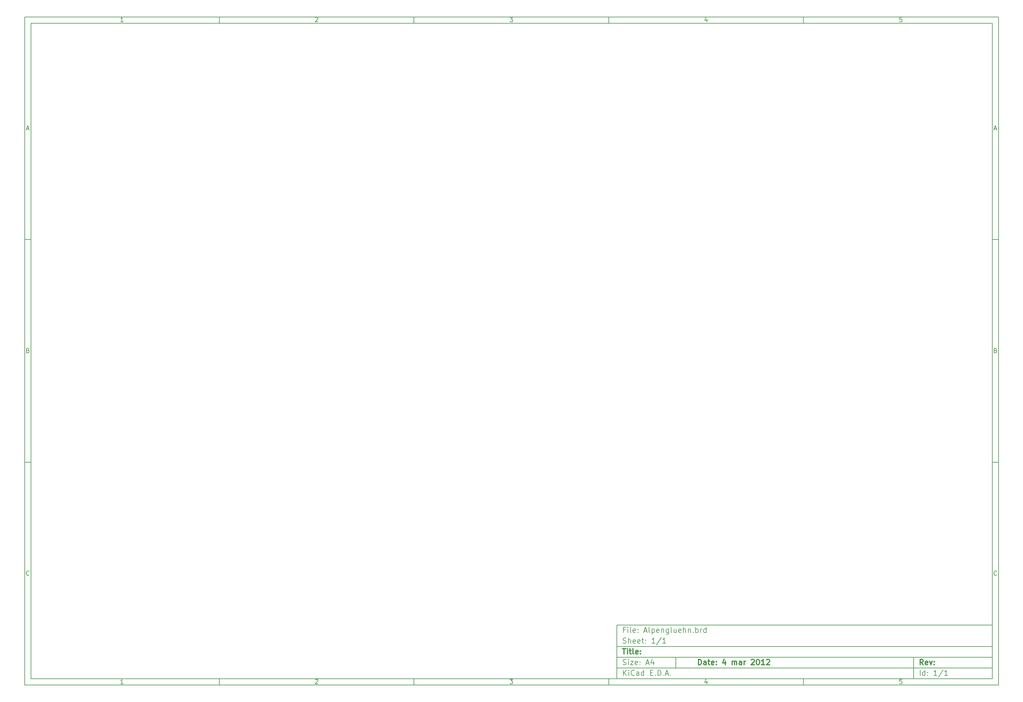
<source format=gbo>
G04 (created by PCBNEW-RS274X (2012-01-21 BZR 3373)-stable) date So 04 Mär 2012 16:34:54 CET*
G01*
G70*
G90*
%MOIN*%
G04 Gerber Fmt 3.4, Leading zero omitted, Abs format*
%FSLAX34Y34*%
G04 APERTURE LIST*
%ADD10C,0.006000*%
%ADD11C,0.012000*%
G04 APERTURE END LIST*
G54D10*
X04000Y-04000D02*
X112930Y-04000D01*
X112930Y-78680D01*
X04000Y-78680D01*
X04000Y-04000D01*
X04700Y-04700D02*
X112230Y-04700D01*
X112230Y-77980D01*
X04700Y-77980D01*
X04700Y-04700D01*
X25780Y-04000D02*
X25780Y-04700D01*
X15033Y-04552D02*
X14747Y-04552D01*
X14890Y-04552D02*
X14890Y-04052D01*
X14842Y-04124D01*
X14795Y-04171D01*
X14747Y-04195D01*
X25780Y-78680D02*
X25780Y-77980D01*
X15033Y-78532D02*
X14747Y-78532D01*
X14890Y-78532D02*
X14890Y-78032D01*
X14842Y-78104D01*
X14795Y-78151D01*
X14747Y-78175D01*
X47560Y-04000D02*
X47560Y-04700D01*
X36527Y-04100D02*
X36551Y-04076D01*
X36599Y-04052D01*
X36718Y-04052D01*
X36765Y-04076D01*
X36789Y-04100D01*
X36813Y-04148D01*
X36813Y-04195D01*
X36789Y-04267D01*
X36503Y-04552D01*
X36813Y-04552D01*
X47560Y-78680D02*
X47560Y-77980D01*
X36527Y-78080D02*
X36551Y-78056D01*
X36599Y-78032D01*
X36718Y-78032D01*
X36765Y-78056D01*
X36789Y-78080D01*
X36813Y-78128D01*
X36813Y-78175D01*
X36789Y-78247D01*
X36503Y-78532D01*
X36813Y-78532D01*
X69340Y-04000D02*
X69340Y-04700D01*
X58283Y-04052D02*
X58593Y-04052D01*
X58426Y-04243D01*
X58498Y-04243D01*
X58545Y-04267D01*
X58569Y-04290D01*
X58593Y-04338D01*
X58593Y-04457D01*
X58569Y-04505D01*
X58545Y-04529D01*
X58498Y-04552D01*
X58355Y-04552D01*
X58307Y-04529D01*
X58283Y-04505D01*
X69340Y-78680D02*
X69340Y-77980D01*
X58283Y-78032D02*
X58593Y-78032D01*
X58426Y-78223D01*
X58498Y-78223D01*
X58545Y-78247D01*
X58569Y-78270D01*
X58593Y-78318D01*
X58593Y-78437D01*
X58569Y-78485D01*
X58545Y-78509D01*
X58498Y-78532D01*
X58355Y-78532D01*
X58307Y-78509D01*
X58283Y-78485D01*
X91120Y-04000D02*
X91120Y-04700D01*
X80325Y-04219D02*
X80325Y-04552D01*
X80206Y-04029D02*
X80087Y-04386D01*
X80397Y-04386D01*
X91120Y-78680D02*
X91120Y-77980D01*
X80325Y-78199D02*
X80325Y-78532D01*
X80206Y-78009D02*
X80087Y-78366D01*
X80397Y-78366D01*
X102129Y-04052D02*
X101891Y-04052D01*
X101867Y-04290D01*
X101891Y-04267D01*
X101939Y-04243D01*
X102058Y-04243D01*
X102105Y-04267D01*
X102129Y-04290D01*
X102153Y-04338D01*
X102153Y-04457D01*
X102129Y-04505D01*
X102105Y-04529D01*
X102058Y-04552D01*
X101939Y-04552D01*
X101891Y-04529D01*
X101867Y-04505D01*
X102129Y-78032D02*
X101891Y-78032D01*
X101867Y-78270D01*
X101891Y-78247D01*
X101939Y-78223D01*
X102058Y-78223D01*
X102105Y-78247D01*
X102129Y-78270D01*
X102153Y-78318D01*
X102153Y-78437D01*
X102129Y-78485D01*
X102105Y-78509D01*
X102058Y-78532D01*
X101939Y-78532D01*
X101891Y-78509D01*
X101867Y-78485D01*
X04000Y-28890D02*
X04700Y-28890D01*
X04231Y-16510D02*
X04469Y-16510D01*
X04184Y-16652D02*
X04350Y-16152D01*
X04517Y-16652D01*
X112930Y-28890D02*
X112230Y-28890D01*
X112461Y-16510D02*
X112699Y-16510D01*
X112414Y-16652D02*
X112580Y-16152D01*
X112747Y-16652D01*
X04000Y-53780D02*
X04700Y-53780D01*
X04386Y-41280D02*
X04457Y-41304D01*
X04481Y-41328D01*
X04505Y-41376D01*
X04505Y-41447D01*
X04481Y-41495D01*
X04457Y-41519D01*
X04410Y-41542D01*
X04219Y-41542D01*
X04219Y-41042D01*
X04386Y-41042D01*
X04433Y-41066D01*
X04457Y-41090D01*
X04481Y-41138D01*
X04481Y-41185D01*
X04457Y-41233D01*
X04433Y-41257D01*
X04386Y-41280D01*
X04219Y-41280D01*
X112930Y-53780D02*
X112230Y-53780D01*
X112616Y-41280D02*
X112687Y-41304D01*
X112711Y-41328D01*
X112735Y-41376D01*
X112735Y-41447D01*
X112711Y-41495D01*
X112687Y-41519D01*
X112640Y-41542D01*
X112449Y-41542D01*
X112449Y-41042D01*
X112616Y-41042D01*
X112663Y-41066D01*
X112687Y-41090D01*
X112711Y-41138D01*
X112711Y-41185D01*
X112687Y-41233D01*
X112663Y-41257D01*
X112616Y-41280D01*
X112449Y-41280D01*
X04505Y-66385D02*
X04481Y-66409D01*
X04410Y-66432D01*
X04362Y-66432D01*
X04290Y-66409D01*
X04243Y-66361D01*
X04219Y-66313D01*
X04195Y-66218D01*
X04195Y-66147D01*
X04219Y-66051D01*
X04243Y-66004D01*
X04290Y-65956D01*
X04362Y-65932D01*
X04410Y-65932D01*
X04481Y-65956D01*
X04505Y-65980D01*
X112735Y-66385D02*
X112711Y-66409D01*
X112640Y-66432D01*
X112592Y-66432D01*
X112520Y-66409D01*
X112473Y-66361D01*
X112449Y-66313D01*
X112425Y-66218D01*
X112425Y-66147D01*
X112449Y-66051D01*
X112473Y-66004D01*
X112520Y-65956D01*
X112592Y-65932D01*
X112640Y-65932D01*
X112711Y-65956D01*
X112735Y-65980D01*
G54D11*
X79373Y-76423D02*
X79373Y-75823D01*
X79516Y-75823D01*
X79601Y-75851D01*
X79659Y-75909D01*
X79687Y-75966D01*
X79716Y-76080D01*
X79716Y-76166D01*
X79687Y-76280D01*
X79659Y-76337D01*
X79601Y-76394D01*
X79516Y-76423D01*
X79373Y-76423D01*
X80230Y-76423D02*
X80230Y-76109D01*
X80201Y-76051D01*
X80144Y-76023D01*
X80030Y-76023D01*
X79973Y-76051D01*
X80230Y-76394D02*
X80173Y-76423D01*
X80030Y-76423D01*
X79973Y-76394D01*
X79944Y-76337D01*
X79944Y-76280D01*
X79973Y-76223D01*
X80030Y-76194D01*
X80173Y-76194D01*
X80230Y-76166D01*
X80430Y-76023D02*
X80659Y-76023D01*
X80516Y-75823D02*
X80516Y-76337D01*
X80544Y-76394D01*
X80602Y-76423D01*
X80659Y-76423D01*
X81087Y-76394D02*
X81030Y-76423D01*
X80916Y-76423D01*
X80859Y-76394D01*
X80830Y-76337D01*
X80830Y-76109D01*
X80859Y-76051D01*
X80916Y-76023D01*
X81030Y-76023D01*
X81087Y-76051D01*
X81116Y-76109D01*
X81116Y-76166D01*
X80830Y-76223D01*
X81373Y-76366D02*
X81401Y-76394D01*
X81373Y-76423D01*
X81344Y-76394D01*
X81373Y-76366D01*
X81373Y-76423D01*
X81373Y-76051D02*
X81401Y-76080D01*
X81373Y-76109D01*
X81344Y-76080D01*
X81373Y-76051D01*
X81373Y-76109D01*
X82373Y-76023D02*
X82373Y-76423D01*
X82230Y-75794D02*
X82087Y-76223D01*
X82459Y-76223D01*
X83144Y-76423D02*
X83144Y-76023D01*
X83144Y-76080D02*
X83172Y-76051D01*
X83230Y-76023D01*
X83315Y-76023D01*
X83372Y-76051D01*
X83401Y-76109D01*
X83401Y-76423D01*
X83401Y-76109D02*
X83430Y-76051D01*
X83487Y-76023D01*
X83572Y-76023D01*
X83630Y-76051D01*
X83658Y-76109D01*
X83658Y-76423D01*
X84201Y-76423D02*
X84201Y-76109D01*
X84172Y-76051D01*
X84115Y-76023D01*
X84001Y-76023D01*
X83944Y-76051D01*
X84201Y-76394D02*
X84144Y-76423D01*
X84001Y-76423D01*
X83944Y-76394D01*
X83915Y-76337D01*
X83915Y-76280D01*
X83944Y-76223D01*
X84001Y-76194D01*
X84144Y-76194D01*
X84201Y-76166D01*
X84487Y-76423D02*
X84487Y-76023D01*
X84487Y-76137D02*
X84515Y-76080D01*
X84544Y-76051D01*
X84601Y-76023D01*
X84658Y-76023D01*
X85286Y-75880D02*
X85315Y-75851D01*
X85372Y-75823D01*
X85515Y-75823D01*
X85572Y-75851D01*
X85601Y-75880D01*
X85629Y-75937D01*
X85629Y-75994D01*
X85601Y-76080D01*
X85258Y-76423D01*
X85629Y-76423D01*
X86000Y-75823D02*
X86057Y-75823D01*
X86114Y-75851D01*
X86143Y-75880D01*
X86172Y-75937D01*
X86200Y-76051D01*
X86200Y-76194D01*
X86172Y-76309D01*
X86143Y-76366D01*
X86114Y-76394D01*
X86057Y-76423D01*
X86000Y-76423D01*
X85943Y-76394D01*
X85914Y-76366D01*
X85886Y-76309D01*
X85857Y-76194D01*
X85857Y-76051D01*
X85886Y-75937D01*
X85914Y-75880D01*
X85943Y-75851D01*
X86000Y-75823D01*
X86771Y-76423D02*
X86428Y-76423D01*
X86600Y-76423D02*
X86600Y-75823D01*
X86543Y-75909D01*
X86485Y-75966D01*
X86428Y-75994D01*
X86999Y-75880D02*
X87028Y-75851D01*
X87085Y-75823D01*
X87228Y-75823D01*
X87285Y-75851D01*
X87314Y-75880D01*
X87342Y-75937D01*
X87342Y-75994D01*
X87314Y-76080D01*
X86971Y-76423D01*
X87342Y-76423D01*
G54D10*
X70973Y-77623D02*
X70973Y-77023D01*
X71316Y-77623D02*
X71059Y-77280D01*
X71316Y-77023D02*
X70973Y-77366D01*
X71573Y-77623D02*
X71573Y-77223D01*
X71573Y-77023D02*
X71544Y-77051D01*
X71573Y-77080D01*
X71601Y-77051D01*
X71573Y-77023D01*
X71573Y-77080D01*
X72202Y-77566D02*
X72173Y-77594D01*
X72087Y-77623D01*
X72030Y-77623D01*
X71945Y-77594D01*
X71887Y-77537D01*
X71859Y-77480D01*
X71830Y-77366D01*
X71830Y-77280D01*
X71859Y-77166D01*
X71887Y-77109D01*
X71945Y-77051D01*
X72030Y-77023D01*
X72087Y-77023D01*
X72173Y-77051D01*
X72202Y-77080D01*
X72716Y-77623D02*
X72716Y-77309D01*
X72687Y-77251D01*
X72630Y-77223D01*
X72516Y-77223D01*
X72459Y-77251D01*
X72716Y-77594D02*
X72659Y-77623D01*
X72516Y-77623D01*
X72459Y-77594D01*
X72430Y-77537D01*
X72430Y-77480D01*
X72459Y-77423D01*
X72516Y-77394D01*
X72659Y-77394D01*
X72716Y-77366D01*
X73259Y-77623D02*
X73259Y-77023D01*
X73259Y-77594D02*
X73202Y-77623D01*
X73088Y-77623D01*
X73030Y-77594D01*
X73002Y-77566D01*
X72973Y-77509D01*
X72973Y-77337D01*
X73002Y-77280D01*
X73030Y-77251D01*
X73088Y-77223D01*
X73202Y-77223D01*
X73259Y-77251D01*
X74002Y-77309D02*
X74202Y-77309D01*
X74288Y-77623D02*
X74002Y-77623D01*
X74002Y-77023D01*
X74288Y-77023D01*
X74545Y-77566D02*
X74573Y-77594D01*
X74545Y-77623D01*
X74516Y-77594D01*
X74545Y-77566D01*
X74545Y-77623D01*
X74831Y-77623D02*
X74831Y-77023D01*
X74974Y-77023D01*
X75059Y-77051D01*
X75117Y-77109D01*
X75145Y-77166D01*
X75174Y-77280D01*
X75174Y-77366D01*
X75145Y-77480D01*
X75117Y-77537D01*
X75059Y-77594D01*
X74974Y-77623D01*
X74831Y-77623D01*
X75431Y-77566D02*
X75459Y-77594D01*
X75431Y-77623D01*
X75402Y-77594D01*
X75431Y-77566D01*
X75431Y-77623D01*
X75688Y-77451D02*
X75974Y-77451D01*
X75631Y-77623D02*
X75831Y-77023D01*
X76031Y-77623D01*
X76231Y-77566D02*
X76259Y-77594D01*
X76231Y-77623D01*
X76202Y-77594D01*
X76231Y-77566D01*
X76231Y-77623D01*
G54D11*
X104516Y-76423D02*
X104316Y-76137D01*
X104173Y-76423D02*
X104173Y-75823D01*
X104401Y-75823D01*
X104459Y-75851D01*
X104487Y-75880D01*
X104516Y-75937D01*
X104516Y-76023D01*
X104487Y-76080D01*
X104459Y-76109D01*
X104401Y-76137D01*
X104173Y-76137D01*
X105001Y-76394D02*
X104944Y-76423D01*
X104830Y-76423D01*
X104773Y-76394D01*
X104744Y-76337D01*
X104744Y-76109D01*
X104773Y-76051D01*
X104830Y-76023D01*
X104944Y-76023D01*
X105001Y-76051D01*
X105030Y-76109D01*
X105030Y-76166D01*
X104744Y-76223D01*
X105230Y-76023D02*
X105373Y-76423D01*
X105515Y-76023D01*
X105744Y-76366D02*
X105772Y-76394D01*
X105744Y-76423D01*
X105715Y-76394D01*
X105744Y-76366D01*
X105744Y-76423D01*
X105744Y-76051D02*
X105772Y-76080D01*
X105744Y-76109D01*
X105715Y-76080D01*
X105744Y-76051D01*
X105744Y-76109D01*
G54D10*
X70944Y-76394D02*
X71030Y-76423D01*
X71173Y-76423D01*
X71230Y-76394D01*
X71259Y-76366D01*
X71287Y-76309D01*
X71287Y-76251D01*
X71259Y-76194D01*
X71230Y-76166D01*
X71173Y-76137D01*
X71059Y-76109D01*
X71001Y-76080D01*
X70973Y-76051D01*
X70944Y-75994D01*
X70944Y-75937D01*
X70973Y-75880D01*
X71001Y-75851D01*
X71059Y-75823D01*
X71201Y-75823D01*
X71287Y-75851D01*
X71544Y-76423D02*
X71544Y-76023D01*
X71544Y-75823D02*
X71515Y-75851D01*
X71544Y-75880D01*
X71572Y-75851D01*
X71544Y-75823D01*
X71544Y-75880D01*
X71773Y-76023D02*
X72087Y-76023D01*
X71773Y-76423D01*
X72087Y-76423D01*
X72544Y-76394D02*
X72487Y-76423D01*
X72373Y-76423D01*
X72316Y-76394D01*
X72287Y-76337D01*
X72287Y-76109D01*
X72316Y-76051D01*
X72373Y-76023D01*
X72487Y-76023D01*
X72544Y-76051D01*
X72573Y-76109D01*
X72573Y-76166D01*
X72287Y-76223D01*
X72830Y-76366D02*
X72858Y-76394D01*
X72830Y-76423D01*
X72801Y-76394D01*
X72830Y-76366D01*
X72830Y-76423D01*
X72830Y-76051D02*
X72858Y-76080D01*
X72830Y-76109D01*
X72801Y-76080D01*
X72830Y-76051D01*
X72830Y-76109D01*
X73544Y-76251D02*
X73830Y-76251D01*
X73487Y-76423D02*
X73687Y-75823D01*
X73887Y-76423D01*
X74344Y-76023D02*
X74344Y-76423D01*
X74201Y-75794D02*
X74058Y-76223D01*
X74430Y-76223D01*
X104173Y-77623D02*
X104173Y-77023D01*
X104716Y-77623D02*
X104716Y-77023D01*
X104716Y-77594D02*
X104659Y-77623D01*
X104545Y-77623D01*
X104487Y-77594D01*
X104459Y-77566D01*
X104430Y-77509D01*
X104430Y-77337D01*
X104459Y-77280D01*
X104487Y-77251D01*
X104545Y-77223D01*
X104659Y-77223D01*
X104716Y-77251D01*
X105002Y-77566D02*
X105030Y-77594D01*
X105002Y-77623D01*
X104973Y-77594D01*
X105002Y-77566D01*
X105002Y-77623D01*
X105002Y-77251D02*
X105030Y-77280D01*
X105002Y-77309D01*
X104973Y-77280D01*
X105002Y-77251D01*
X105002Y-77309D01*
X106059Y-77623D02*
X105716Y-77623D01*
X105888Y-77623D02*
X105888Y-77023D01*
X105831Y-77109D01*
X105773Y-77166D01*
X105716Y-77194D01*
X106744Y-76994D02*
X106230Y-77766D01*
X107259Y-77623D02*
X106916Y-77623D01*
X107088Y-77623D02*
X107088Y-77023D01*
X107031Y-77109D01*
X106973Y-77166D01*
X106916Y-77194D01*
G54D11*
X70887Y-74623D02*
X71230Y-74623D01*
X71059Y-75223D02*
X71059Y-74623D01*
X71430Y-75223D02*
X71430Y-74823D01*
X71430Y-74623D02*
X71401Y-74651D01*
X71430Y-74680D01*
X71458Y-74651D01*
X71430Y-74623D01*
X71430Y-74680D01*
X71630Y-74823D02*
X71859Y-74823D01*
X71716Y-74623D02*
X71716Y-75137D01*
X71744Y-75194D01*
X71802Y-75223D01*
X71859Y-75223D01*
X72145Y-75223D02*
X72087Y-75194D01*
X72059Y-75137D01*
X72059Y-74623D01*
X72601Y-75194D02*
X72544Y-75223D01*
X72430Y-75223D01*
X72373Y-75194D01*
X72344Y-75137D01*
X72344Y-74909D01*
X72373Y-74851D01*
X72430Y-74823D01*
X72544Y-74823D01*
X72601Y-74851D01*
X72630Y-74909D01*
X72630Y-74966D01*
X72344Y-75023D01*
X72887Y-75166D02*
X72915Y-75194D01*
X72887Y-75223D01*
X72858Y-75194D01*
X72887Y-75166D01*
X72887Y-75223D01*
X72887Y-74851D02*
X72915Y-74880D01*
X72887Y-74909D01*
X72858Y-74880D01*
X72887Y-74851D01*
X72887Y-74909D01*
G54D10*
X71173Y-72509D02*
X70973Y-72509D01*
X70973Y-72823D02*
X70973Y-72223D01*
X71259Y-72223D01*
X71487Y-72823D02*
X71487Y-72423D01*
X71487Y-72223D02*
X71458Y-72251D01*
X71487Y-72280D01*
X71515Y-72251D01*
X71487Y-72223D01*
X71487Y-72280D01*
X71859Y-72823D02*
X71801Y-72794D01*
X71773Y-72737D01*
X71773Y-72223D01*
X72315Y-72794D02*
X72258Y-72823D01*
X72144Y-72823D01*
X72087Y-72794D01*
X72058Y-72737D01*
X72058Y-72509D01*
X72087Y-72451D01*
X72144Y-72423D01*
X72258Y-72423D01*
X72315Y-72451D01*
X72344Y-72509D01*
X72344Y-72566D01*
X72058Y-72623D01*
X72601Y-72766D02*
X72629Y-72794D01*
X72601Y-72823D01*
X72572Y-72794D01*
X72601Y-72766D01*
X72601Y-72823D01*
X72601Y-72451D02*
X72629Y-72480D01*
X72601Y-72509D01*
X72572Y-72480D01*
X72601Y-72451D01*
X72601Y-72509D01*
X73315Y-72651D02*
X73601Y-72651D01*
X73258Y-72823D02*
X73458Y-72223D01*
X73658Y-72823D01*
X73944Y-72823D02*
X73886Y-72794D01*
X73858Y-72737D01*
X73858Y-72223D01*
X74172Y-72423D02*
X74172Y-73023D01*
X74172Y-72451D02*
X74229Y-72423D01*
X74343Y-72423D01*
X74400Y-72451D01*
X74429Y-72480D01*
X74458Y-72537D01*
X74458Y-72709D01*
X74429Y-72766D01*
X74400Y-72794D01*
X74343Y-72823D01*
X74229Y-72823D01*
X74172Y-72794D01*
X74943Y-72794D02*
X74886Y-72823D01*
X74772Y-72823D01*
X74715Y-72794D01*
X74686Y-72737D01*
X74686Y-72509D01*
X74715Y-72451D01*
X74772Y-72423D01*
X74886Y-72423D01*
X74943Y-72451D01*
X74972Y-72509D01*
X74972Y-72566D01*
X74686Y-72623D01*
X75229Y-72423D02*
X75229Y-72823D01*
X75229Y-72480D02*
X75257Y-72451D01*
X75315Y-72423D01*
X75400Y-72423D01*
X75457Y-72451D01*
X75486Y-72509D01*
X75486Y-72823D01*
X76029Y-72423D02*
X76029Y-72909D01*
X76000Y-72966D01*
X75972Y-72994D01*
X75915Y-73023D01*
X75829Y-73023D01*
X75772Y-72994D01*
X76029Y-72794D02*
X75972Y-72823D01*
X75858Y-72823D01*
X75800Y-72794D01*
X75772Y-72766D01*
X75743Y-72709D01*
X75743Y-72537D01*
X75772Y-72480D01*
X75800Y-72451D01*
X75858Y-72423D01*
X75972Y-72423D01*
X76029Y-72451D01*
X76401Y-72823D02*
X76343Y-72794D01*
X76315Y-72737D01*
X76315Y-72223D01*
X76886Y-72423D02*
X76886Y-72823D01*
X76629Y-72423D02*
X76629Y-72737D01*
X76657Y-72794D01*
X76715Y-72823D01*
X76800Y-72823D01*
X76857Y-72794D01*
X76886Y-72766D01*
X77400Y-72794D02*
X77343Y-72823D01*
X77229Y-72823D01*
X77172Y-72794D01*
X77143Y-72737D01*
X77143Y-72509D01*
X77172Y-72451D01*
X77229Y-72423D01*
X77343Y-72423D01*
X77400Y-72451D01*
X77429Y-72509D01*
X77429Y-72566D01*
X77143Y-72623D01*
X77686Y-72823D02*
X77686Y-72223D01*
X77943Y-72823D02*
X77943Y-72509D01*
X77914Y-72451D01*
X77857Y-72423D01*
X77772Y-72423D01*
X77714Y-72451D01*
X77686Y-72480D01*
X78229Y-72423D02*
X78229Y-72823D01*
X78229Y-72480D02*
X78257Y-72451D01*
X78315Y-72423D01*
X78400Y-72423D01*
X78457Y-72451D01*
X78486Y-72509D01*
X78486Y-72823D01*
X78772Y-72766D02*
X78800Y-72794D01*
X78772Y-72823D01*
X78743Y-72794D01*
X78772Y-72766D01*
X78772Y-72823D01*
X79058Y-72823D02*
X79058Y-72223D01*
X79058Y-72451D02*
X79115Y-72423D01*
X79229Y-72423D01*
X79286Y-72451D01*
X79315Y-72480D01*
X79344Y-72537D01*
X79344Y-72709D01*
X79315Y-72766D01*
X79286Y-72794D01*
X79229Y-72823D01*
X79115Y-72823D01*
X79058Y-72794D01*
X79601Y-72823D02*
X79601Y-72423D01*
X79601Y-72537D02*
X79629Y-72480D01*
X79658Y-72451D01*
X79715Y-72423D01*
X79772Y-72423D01*
X80229Y-72823D02*
X80229Y-72223D01*
X80229Y-72794D02*
X80172Y-72823D01*
X80058Y-72823D01*
X80000Y-72794D01*
X79972Y-72766D01*
X79943Y-72709D01*
X79943Y-72537D01*
X79972Y-72480D01*
X80000Y-72451D01*
X80058Y-72423D01*
X80172Y-72423D01*
X80229Y-72451D01*
X70944Y-73994D02*
X71030Y-74023D01*
X71173Y-74023D01*
X71230Y-73994D01*
X71259Y-73966D01*
X71287Y-73909D01*
X71287Y-73851D01*
X71259Y-73794D01*
X71230Y-73766D01*
X71173Y-73737D01*
X71059Y-73709D01*
X71001Y-73680D01*
X70973Y-73651D01*
X70944Y-73594D01*
X70944Y-73537D01*
X70973Y-73480D01*
X71001Y-73451D01*
X71059Y-73423D01*
X71201Y-73423D01*
X71287Y-73451D01*
X71544Y-74023D02*
X71544Y-73423D01*
X71801Y-74023D02*
X71801Y-73709D01*
X71772Y-73651D01*
X71715Y-73623D01*
X71630Y-73623D01*
X71572Y-73651D01*
X71544Y-73680D01*
X72315Y-73994D02*
X72258Y-74023D01*
X72144Y-74023D01*
X72087Y-73994D01*
X72058Y-73937D01*
X72058Y-73709D01*
X72087Y-73651D01*
X72144Y-73623D01*
X72258Y-73623D01*
X72315Y-73651D01*
X72344Y-73709D01*
X72344Y-73766D01*
X72058Y-73823D01*
X72829Y-73994D02*
X72772Y-74023D01*
X72658Y-74023D01*
X72601Y-73994D01*
X72572Y-73937D01*
X72572Y-73709D01*
X72601Y-73651D01*
X72658Y-73623D01*
X72772Y-73623D01*
X72829Y-73651D01*
X72858Y-73709D01*
X72858Y-73766D01*
X72572Y-73823D01*
X73029Y-73623D02*
X73258Y-73623D01*
X73115Y-73423D02*
X73115Y-73937D01*
X73143Y-73994D01*
X73201Y-74023D01*
X73258Y-74023D01*
X73458Y-73966D02*
X73486Y-73994D01*
X73458Y-74023D01*
X73429Y-73994D01*
X73458Y-73966D01*
X73458Y-74023D01*
X73458Y-73651D02*
X73486Y-73680D01*
X73458Y-73709D01*
X73429Y-73680D01*
X73458Y-73651D01*
X73458Y-73709D01*
X74515Y-74023D02*
X74172Y-74023D01*
X74344Y-74023D02*
X74344Y-73423D01*
X74287Y-73509D01*
X74229Y-73566D01*
X74172Y-73594D01*
X75200Y-73394D02*
X74686Y-74166D01*
X75715Y-74023D02*
X75372Y-74023D01*
X75544Y-74023D02*
X75544Y-73423D01*
X75487Y-73509D01*
X75429Y-73566D01*
X75372Y-73594D01*
X70230Y-71980D02*
X70230Y-77980D01*
X70230Y-71980D02*
X112230Y-71980D01*
X70230Y-71980D02*
X112230Y-71980D01*
X70230Y-74380D02*
X112230Y-74380D01*
X103430Y-75580D02*
X103430Y-77980D01*
X70230Y-76780D02*
X112230Y-76780D01*
X70230Y-75580D02*
X112230Y-75580D01*
X76830Y-75580D02*
X76830Y-76780D01*
M02*

</source>
